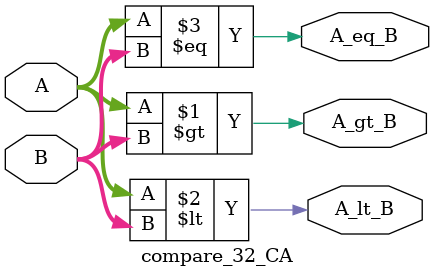
<source format=v>
module compare_32_CA (A_gt_B, A_lt_B, A_eq_B, A, B);
  parameter 	word_size = 32;
  input 		[word_size-1: 0] 	A, B;
  output 		A_gt_B, A_lt_B, A_eq_B;

  assign 	A_gt_B = (A > B),		// Note: list of multiple assignments
	  		A_lt_B = (A < B),
	  		A_eq_B = (A == B);
endmodule


</source>
